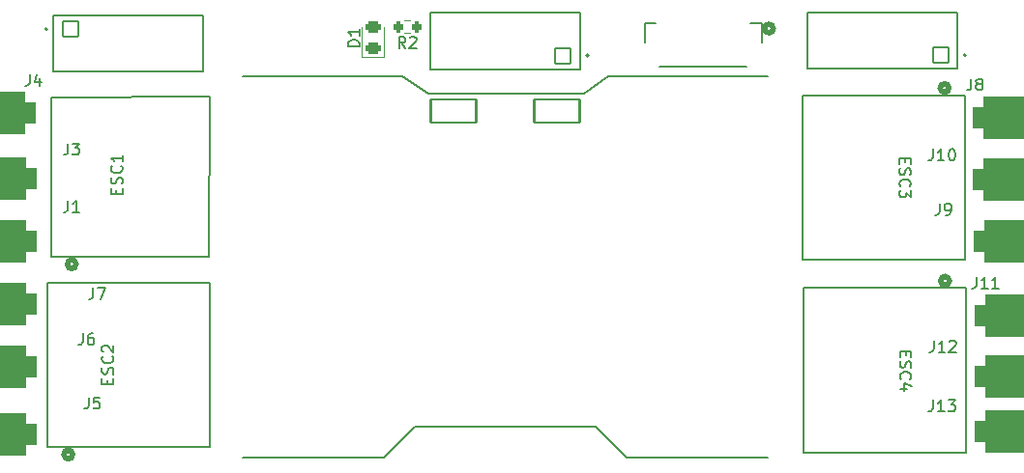
<source format=gto>
%TF.GenerationSoftware,KiCad,Pcbnew,8.0.4*%
%TF.CreationDate,2025-01-10T16:53:36-05:00*%
%TF.ProjectId,X17-ESC-Adapter,5831372d-4553-4432-9d41-646170746572,rev?*%
%TF.SameCoordinates,Original*%
%TF.FileFunction,Legend,Top*%
%TF.FilePolarity,Positive*%
%FSLAX46Y46*%
G04 Gerber Fmt 4.6, Leading zero omitted, Abs format (unit mm)*
G04 Created by KiCad (PCBNEW 8.0.4) date 2025-01-10 16:53:36*
%MOMM*%
%LPD*%
G01*
G04 APERTURE LIST*
G04 Aperture macros list*
%AMRoundRect*
0 Rectangle with rounded corners*
0 $1 Rounding radius*
0 $2 $3 $4 $5 $6 $7 $8 $9 X,Y pos of 4 corners*
0 Add a 4 corners polygon primitive as box body*
4,1,4,$2,$3,$4,$5,$6,$7,$8,$9,$2,$3,0*
0 Add four circle primitives for the rounded corners*
1,1,$1+$1,$2,$3*
1,1,$1+$1,$4,$5*
1,1,$1+$1,$6,$7*
1,1,$1+$1,$8,$9*
0 Add four rect primitives between the rounded corners*
20,1,$1+$1,$2,$3,$4,$5,0*
20,1,$1+$1,$4,$5,$6,$7,0*
20,1,$1+$1,$6,$7,$8,$9,0*
20,1,$1+$1,$8,$9,$2,$3,0*%
G04 Aperture macros list end*
%ADD10C,0.152400*%
%ADD11C,0.120000*%
%ADD12C,0.508000*%
%ADD13C,0.200000*%
%ADD14C,0.127000*%
%ADD15C,3.810000*%
%ADD16RoundRect,0.920750X3.587750X-0.920750X3.587750X0.920750X-3.587750X0.920750X-3.587750X-0.920750X0*%
%ADD17RoundRect,0.200000X0.200000X0.275000X-0.200000X0.275000X-0.200000X-0.275000X0.200000X-0.275000X0*%
%ADD18C,1.701800*%
%ADD19C,1.594000*%
%ADD20RoundRect,0.102000X-0.695000X-0.695000X0.695000X-0.695000X0.695000X0.695000X-0.695000X0.695000X0*%
%ADD21RoundRect,0.102000X0.695000X0.695000X-0.695000X0.695000X-0.695000X-0.695000X0.695000X-0.695000X0*%
%ADD22C,5.004000*%
%ADD23RoundRect,0.102000X-2.000000X-1.000000X2.000000X-1.000000X2.000000X1.000000X-2.000000X1.000000X0*%
%ADD24R,0.660400X1.549400*%
%ADD25R,1.295400X1.905000*%
%ADD26RoundRect,0.243750X0.456250X-0.243750X0.456250X0.243750X-0.456250X0.243750X-0.456250X-0.243750X0*%
G04 APERTURE END LIST*
D10*
X119666666Y-89454694D02*
X119666666Y-90168979D01*
X119666666Y-90168979D02*
X119619047Y-90311836D01*
X119619047Y-90311836D02*
X119523809Y-90407075D01*
X119523809Y-90407075D02*
X119380952Y-90454694D01*
X119380952Y-90454694D02*
X119285714Y-90454694D01*
X120047619Y-89454694D02*
X120666666Y-89454694D01*
X120666666Y-89454694D02*
X120333333Y-89835646D01*
X120333333Y-89835646D02*
X120476190Y-89835646D01*
X120476190Y-89835646D02*
X120571428Y-89883265D01*
X120571428Y-89883265D02*
X120619047Y-89930884D01*
X120619047Y-89930884D02*
X120666666Y-90026122D01*
X120666666Y-90026122D02*
X120666666Y-90264217D01*
X120666666Y-90264217D02*
X120619047Y-90359455D01*
X120619047Y-90359455D02*
X120571428Y-90407075D01*
X120571428Y-90407075D02*
X120476190Y-90454694D01*
X120476190Y-90454694D02*
X120190476Y-90454694D01*
X120190476Y-90454694D02*
X120095238Y-90407075D01*
X120095238Y-90407075D02*
X120047619Y-90359455D01*
X199230476Y-101174694D02*
X199230476Y-101888979D01*
X199230476Y-101888979D02*
X199182857Y-102031836D01*
X199182857Y-102031836D02*
X199087619Y-102127075D01*
X199087619Y-102127075D02*
X198944762Y-102174694D01*
X198944762Y-102174694D02*
X198849524Y-102174694D01*
X200230476Y-102174694D02*
X199659048Y-102174694D01*
X199944762Y-102174694D02*
X199944762Y-101174694D01*
X199944762Y-101174694D02*
X199849524Y-101317551D01*
X199849524Y-101317551D02*
X199754286Y-101412789D01*
X199754286Y-101412789D02*
X199659048Y-101460408D01*
X201182857Y-102174694D02*
X200611429Y-102174694D01*
X200897143Y-102174694D02*
X200897143Y-101174694D01*
X200897143Y-101174694D02*
X200801905Y-101317551D01*
X200801905Y-101317551D02*
X200706667Y-101412789D01*
X200706667Y-101412789D02*
X200611429Y-101460408D01*
X196016666Y-94724694D02*
X196016666Y-95438979D01*
X196016666Y-95438979D02*
X195969047Y-95581836D01*
X195969047Y-95581836D02*
X195873809Y-95677075D01*
X195873809Y-95677075D02*
X195730952Y-95724694D01*
X195730952Y-95724694D02*
X195635714Y-95724694D01*
X196540476Y-95724694D02*
X196730952Y-95724694D01*
X196730952Y-95724694D02*
X196826190Y-95677075D01*
X196826190Y-95677075D02*
X196873809Y-95629455D01*
X196873809Y-95629455D02*
X196969047Y-95486598D01*
X196969047Y-95486598D02*
X197016666Y-95296122D01*
X197016666Y-95296122D02*
X197016666Y-94915170D01*
X197016666Y-94915170D02*
X196969047Y-94819932D01*
X196969047Y-94819932D02*
X196921428Y-94772313D01*
X196921428Y-94772313D02*
X196826190Y-94724694D01*
X196826190Y-94724694D02*
X196635714Y-94724694D01*
X196635714Y-94724694D02*
X196540476Y-94772313D01*
X196540476Y-94772313D02*
X196492857Y-94819932D01*
X196492857Y-94819932D02*
X196445238Y-94915170D01*
X196445238Y-94915170D02*
X196445238Y-95153265D01*
X196445238Y-95153265D02*
X196492857Y-95248503D01*
X196492857Y-95248503D02*
X196540476Y-95296122D01*
X196540476Y-95296122D02*
X196635714Y-95343741D01*
X196635714Y-95343741D02*
X196826190Y-95343741D01*
X196826190Y-95343741D02*
X196921428Y-95296122D01*
X196921428Y-95296122D02*
X196969047Y-95248503D01*
X196969047Y-95248503D02*
X197016666Y-95153265D01*
X149233333Y-81084694D02*
X148900000Y-80608503D01*
X148661905Y-81084694D02*
X148661905Y-80084694D01*
X148661905Y-80084694D02*
X149042857Y-80084694D01*
X149042857Y-80084694D02*
X149138095Y-80132313D01*
X149138095Y-80132313D02*
X149185714Y-80179932D01*
X149185714Y-80179932D02*
X149233333Y-80275170D01*
X149233333Y-80275170D02*
X149233333Y-80418027D01*
X149233333Y-80418027D02*
X149185714Y-80513265D01*
X149185714Y-80513265D02*
X149138095Y-80560884D01*
X149138095Y-80560884D02*
X149042857Y-80608503D01*
X149042857Y-80608503D02*
X148661905Y-80608503D01*
X149614286Y-80179932D02*
X149661905Y-80132313D01*
X149661905Y-80132313D02*
X149757143Y-80084694D01*
X149757143Y-80084694D02*
X149995238Y-80084694D01*
X149995238Y-80084694D02*
X150090476Y-80132313D01*
X150090476Y-80132313D02*
X150138095Y-80179932D01*
X150138095Y-80179932D02*
X150185714Y-80275170D01*
X150185714Y-80275170D02*
X150185714Y-80370408D01*
X150185714Y-80370408D02*
X150138095Y-80513265D01*
X150138095Y-80513265D02*
X149566667Y-81084694D01*
X149566667Y-81084694D02*
X150185714Y-81084694D01*
X123140885Y-110536666D02*
X123140885Y-110203333D01*
X123664695Y-110060476D02*
X123664695Y-110536666D01*
X123664695Y-110536666D02*
X122664695Y-110536666D01*
X122664695Y-110536666D02*
X122664695Y-110060476D01*
X123617076Y-109679523D02*
X123664695Y-109536666D01*
X123664695Y-109536666D02*
X123664695Y-109298571D01*
X123664695Y-109298571D02*
X123617076Y-109203333D01*
X123617076Y-109203333D02*
X123569456Y-109155714D01*
X123569456Y-109155714D02*
X123474218Y-109108095D01*
X123474218Y-109108095D02*
X123378980Y-109108095D01*
X123378980Y-109108095D02*
X123283742Y-109155714D01*
X123283742Y-109155714D02*
X123236123Y-109203333D01*
X123236123Y-109203333D02*
X123188504Y-109298571D01*
X123188504Y-109298571D02*
X123140885Y-109489047D01*
X123140885Y-109489047D02*
X123093266Y-109584285D01*
X123093266Y-109584285D02*
X123045647Y-109631904D01*
X123045647Y-109631904D02*
X122950409Y-109679523D01*
X122950409Y-109679523D02*
X122855171Y-109679523D01*
X122855171Y-109679523D02*
X122759933Y-109631904D01*
X122759933Y-109631904D02*
X122712314Y-109584285D01*
X122712314Y-109584285D02*
X122664695Y-109489047D01*
X122664695Y-109489047D02*
X122664695Y-109250952D01*
X122664695Y-109250952D02*
X122712314Y-109108095D01*
X123569456Y-108108095D02*
X123617076Y-108155714D01*
X123617076Y-108155714D02*
X123664695Y-108298571D01*
X123664695Y-108298571D02*
X123664695Y-108393809D01*
X123664695Y-108393809D02*
X123617076Y-108536666D01*
X123617076Y-108536666D02*
X123521837Y-108631904D01*
X123521837Y-108631904D02*
X123426599Y-108679523D01*
X123426599Y-108679523D02*
X123236123Y-108727142D01*
X123236123Y-108727142D02*
X123093266Y-108727142D01*
X123093266Y-108727142D02*
X122902790Y-108679523D01*
X122902790Y-108679523D02*
X122807552Y-108631904D01*
X122807552Y-108631904D02*
X122712314Y-108536666D01*
X122712314Y-108536666D02*
X122664695Y-108393809D01*
X122664695Y-108393809D02*
X122664695Y-108298571D01*
X122664695Y-108298571D02*
X122712314Y-108155714D01*
X122712314Y-108155714D02*
X122759933Y-108108095D01*
X122759933Y-107727142D02*
X122712314Y-107679523D01*
X122712314Y-107679523D02*
X122664695Y-107584285D01*
X122664695Y-107584285D02*
X122664695Y-107346190D01*
X122664695Y-107346190D02*
X122712314Y-107250952D01*
X122712314Y-107250952D02*
X122759933Y-107203333D01*
X122759933Y-107203333D02*
X122855171Y-107155714D01*
X122855171Y-107155714D02*
X122950409Y-107155714D01*
X122950409Y-107155714D02*
X123093266Y-107203333D01*
X123093266Y-107203333D02*
X123664695Y-107774761D01*
X123664695Y-107774761D02*
X123664695Y-107155714D01*
X123930884Y-93846666D02*
X123930884Y-93513333D01*
X124454694Y-93370476D02*
X124454694Y-93846666D01*
X124454694Y-93846666D02*
X123454694Y-93846666D01*
X123454694Y-93846666D02*
X123454694Y-93370476D01*
X124407075Y-92989523D02*
X124454694Y-92846666D01*
X124454694Y-92846666D02*
X124454694Y-92608571D01*
X124454694Y-92608571D02*
X124407075Y-92513333D01*
X124407075Y-92513333D02*
X124359455Y-92465714D01*
X124359455Y-92465714D02*
X124264217Y-92418095D01*
X124264217Y-92418095D02*
X124168979Y-92418095D01*
X124168979Y-92418095D02*
X124073741Y-92465714D01*
X124073741Y-92465714D02*
X124026122Y-92513333D01*
X124026122Y-92513333D02*
X123978503Y-92608571D01*
X123978503Y-92608571D02*
X123930884Y-92799047D01*
X123930884Y-92799047D02*
X123883265Y-92894285D01*
X123883265Y-92894285D02*
X123835646Y-92941904D01*
X123835646Y-92941904D02*
X123740408Y-92989523D01*
X123740408Y-92989523D02*
X123645170Y-92989523D01*
X123645170Y-92989523D02*
X123549932Y-92941904D01*
X123549932Y-92941904D02*
X123502313Y-92894285D01*
X123502313Y-92894285D02*
X123454694Y-92799047D01*
X123454694Y-92799047D02*
X123454694Y-92560952D01*
X123454694Y-92560952D02*
X123502313Y-92418095D01*
X124359455Y-91418095D02*
X124407075Y-91465714D01*
X124407075Y-91465714D02*
X124454694Y-91608571D01*
X124454694Y-91608571D02*
X124454694Y-91703809D01*
X124454694Y-91703809D02*
X124407075Y-91846666D01*
X124407075Y-91846666D02*
X124311836Y-91941904D01*
X124311836Y-91941904D02*
X124216598Y-91989523D01*
X124216598Y-91989523D02*
X124026122Y-92037142D01*
X124026122Y-92037142D02*
X123883265Y-92037142D01*
X123883265Y-92037142D02*
X123692789Y-91989523D01*
X123692789Y-91989523D02*
X123597551Y-91941904D01*
X123597551Y-91941904D02*
X123502313Y-91846666D01*
X123502313Y-91846666D02*
X123454694Y-91703809D01*
X123454694Y-91703809D02*
X123454694Y-91608571D01*
X123454694Y-91608571D02*
X123502313Y-91465714D01*
X123502313Y-91465714D02*
X123549932Y-91418095D01*
X124454694Y-90465714D02*
X124454694Y-91037142D01*
X124454694Y-90751428D02*
X123454694Y-90751428D01*
X123454694Y-90751428D02*
X123597551Y-90846666D01*
X123597551Y-90846666D02*
X123692789Y-90941904D01*
X123692789Y-90941904D02*
X123740408Y-91037142D01*
X195410476Y-89934694D02*
X195410476Y-90648979D01*
X195410476Y-90648979D02*
X195362857Y-90791836D01*
X195362857Y-90791836D02*
X195267619Y-90887075D01*
X195267619Y-90887075D02*
X195124762Y-90934694D01*
X195124762Y-90934694D02*
X195029524Y-90934694D01*
X196410476Y-90934694D02*
X195839048Y-90934694D01*
X196124762Y-90934694D02*
X196124762Y-89934694D01*
X196124762Y-89934694D02*
X196029524Y-90077551D01*
X196029524Y-90077551D02*
X195934286Y-90172789D01*
X195934286Y-90172789D02*
X195839048Y-90220408D01*
X197029524Y-89934694D02*
X197124762Y-89934694D01*
X197124762Y-89934694D02*
X197220000Y-89982313D01*
X197220000Y-89982313D02*
X197267619Y-90029932D01*
X197267619Y-90029932D02*
X197315238Y-90125170D01*
X197315238Y-90125170D02*
X197362857Y-90315646D01*
X197362857Y-90315646D02*
X197362857Y-90553741D01*
X197362857Y-90553741D02*
X197315238Y-90744217D01*
X197315238Y-90744217D02*
X197267619Y-90839455D01*
X197267619Y-90839455D02*
X197220000Y-90887075D01*
X197220000Y-90887075D02*
X197124762Y-90934694D01*
X197124762Y-90934694D02*
X197029524Y-90934694D01*
X197029524Y-90934694D02*
X196934286Y-90887075D01*
X196934286Y-90887075D02*
X196886667Y-90839455D01*
X196886667Y-90839455D02*
X196839048Y-90744217D01*
X196839048Y-90744217D02*
X196791429Y-90553741D01*
X196791429Y-90553741D02*
X196791429Y-90315646D01*
X196791429Y-90315646D02*
X196839048Y-90125170D01*
X196839048Y-90125170D02*
X196886667Y-90029932D01*
X196886667Y-90029932D02*
X196934286Y-89982313D01*
X196934286Y-89982313D02*
X197029524Y-89934694D01*
X119666666Y-94454694D02*
X119666666Y-95168979D01*
X119666666Y-95168979D02*
X119619047Y-95311836D01*
X119619047Y-95311836D02*
X119523809Y-95407075D01*
X119523809Y-95407075D02*
X119380952Y-95454694D01*
X119380952Y-95454694D02*
X119285714Y-95454694D01*
X120666666Y-95454694D02*
X120095238Y-95454694D01*
X120380952Y-95454694D02*
X120380952Y-94454694D01*
X120380952Y-94454694D02*
X120285714Y-94597551D01*
X120285714Y-94597551D02*
X120190476Y-94692789D01*
X120190476Y-94692789D02*
X120095238Y-94740408D01*
X121486666Y-111714694D02*
X121486666Y-112428979D01*
X121486666Y-112428979D02*
X121439047Y-112571836D01*
X121439047Y-112571836D02*
X121343809Y-112667075D01*
X121343809Y-112667075D02*
X121200952Y-112714694D01*
X121200952Y-112714694D02*
X121105714Y-112714694D01*
X122439047Y-111714694D02*
X121962857Y-111714694D01*
X121962857Y-111714694D02*
X121915238Y-112190884D01*
X121915238Y-112190884D02*
X121962857Y-112143265D01*
X121962857Y-112143265D02*
X122058095Y-112095646D01*
X122058095Y-112095646D02*
X122296190Y-112095646D01*
X122296190Y-112095646D02*
X122391428Y-112143265D01*
X122391428Y-112143265D02*
X122439047Y-112190884D01*
X122439047Y-112190884D02*
X122486666Y-112286122D01*
X122486666Y-112286122D02*
X122486666Y-112524217D01*
X122486666Y-112524217D02*
X122439047Y-112619455D01*
X122439047Y-112619455D02*
X122391428Y-112667075D01*
X122391428Y-112667075D02*
X122296190Y-112714694D01*
X122296190Y-112714694D02*
X122058095Y-112714694D01*
X122058095Y-112714694D02*
X121962857Y-112667075D01*
X121962857Y-112667075D02*
X121915238Y-112619455D01*
X116326666Y-83404694D02*
X116326666Y-84118979D01*
X116326666Y-84118979D02*
X116279047Y-84261836D01*
X116279047Y-84261836D02*
X116183809Y-84357075D01*
X116183809Y-84357075D02*
X116040952Y-84404694D01*
X116040952Y-84404694D02*
X115945714Y-84404694D01*
X117231428Y-83738027D02*
X117231428Y-84404694D01*
X116993333Y-83357075D02*
X116755238Y-84071360D01*
X116755238Y-84071360D02*
X117374285Y-84071360D01*
X193049115Y-107693333D02*
X193049115Y-108026666D01*
X192525305Y-108169523D02*
X192525305Y-107693333D01*
X192525305Y-107693333D02*
X193525305Y-107693333D01*
X193525305Y-107693333D02*
X193525305Y-108169523D01*
X192572925Y-108550476D02*
X192525305Y-108693333D01*
X192525305Y-108693333D02*
X192525305Y-108931428D01*
X192525305Y-108931428D02*
X192572925Y-109026666D01*
X192572925Y-109026666D02*
X192620544Y-109074285D01*
X192620544Y-109074285D02*
X192715782Y-109121904D01*
X192715782Y-109121904D02*
X192811020Y-109121904D01*
X192811020Y-109121904D02*
X192906258Y-109074285D01*
X192906258Y-109074285D02*
X192953877Y-109026666D01*
X192953877Y-109026666D02*
X193001496Y-108931428D01*
X193001496Y-108931428D02*
X193049115Y-108740952D01*
X193049115Y-108740952D02*
X193096734Y-108645714D01*
X193096734Y-108645714D02*
X193144353Y-108598095D01*
X193144353Y-108598095D02*
X193239591Y-108550476D01*
X193239591Y-108550476D02*
X193334829Y-108550476D01*
X193334829Y-108550476D02*
X193430067Y-108598095D01*
X193430067Y-108598095D02*
X193477686Y-108645714D01*
X193477686Y-108645714D02*
X193525305Y-108740952D01*
X193525305Y-108740952D02*
X193525305Y-108979047D01*
X193525305Y-108979047D02*
X193477686Y-109121904D01*
X192620544Y-110121904D02*
X192572925Y-110074285D01*
X192572925Y-110074285D02*
X192525305Y-109931428D01*
X192525305Y-109931428D02*
X192525305Y-109836190D01*
X192525305Y-109836190D02*
X192572925Y-109693333D01*
X192572925Y-109693333D02*
X192668163Y-109598095D01*
X192668163Y-109598095D02*
X192763401Y-109550476D01*
X192763401Y-109550476D02*
X192953877Y-109502857D01*
X192953877Y-109502857D02*
X193096734Y-109502857D01*
X193096734Y-109502857D02*
X193287210Y-109550476D01*
X193287210Y-109550476D02*
X193382448Y-109598095D01*
X193382448Y-109598095D02*
X193477686Y-109693333D01*
X193477686Y-109693333D02*
X193525305Y-109836190D01*
X193525305Y-109836190D02*
X193525305Y-109931428D01*
X193525305Y-109931428D02*
X193477686Y-110074285D01*
X193477686Y-110074285D02*
X193430067Y-110121904D01*
X193191972Y-110979047D02*
X192525305Y-110979047D01*
X193572925Y-110740952D02*
X192858639Y-110502857D01*
X192858639Y-110502857D02*
X192858639Y-111121904D01*
X121896666Y-102084694D02*
X121896666Y-102798979D01*
X121896666Y-102798979D02*
X121849047Y-102941836D01*
X121849047Y-102941836D02*
X121753809Y-103037075D01*
X121753809Y-103037075D02*
X121610952Y-103084694D01*
X121610952Y-103084694D02*
X121515714Y-103084694D01*
X122277619Y-102084694D02*
X122944285Y-102084694D01*
X122944285Y-102084694D02*
X122515714Y-103084694D01*
X145204694Y-80938094D02*
X144204694Y-80938094D01*
X144204694Y-80938094D02*
X144204694Y-80699999D01*
X144204694Y-80699999D02*
X144252313Y-80557142D01*
X144252313Y-80557142D02*
X144347551Y-80461904D01*
X144347551Y-80461904D02*
X144442789Y-80414285D01*
X144442789Y-80414285D02*
X144633265Y-80366666D01*
X144633265Y-80366666D02*
X144776122Y-80366666D01*
X144776122Y-80366666D02*
X144966598Y-80414285D01*
X144966598Y-80414285D02*
X145061836Y-80461904D01*
X145061836Y-80461904D02*
X145157075Y-80557142D01*
X145157075Y-80557142D02*
X145204694Y-80699999D01*
X145204694Y-80699999D02*
X145204694Y-80938094D01*
X145204694Y-79414285D02*
X145204694Y-79985713D01*
X145204694Y-79699999D02*
X144204694Y-79699999D01*
X144204694Y-79699999D02*
X144347551Y-79795237D01*
X144347551Y-79795237D02*
X144442789Y-79890475D01*
X144442789Y-79890475D02*
X144490408Y-79985713D01*
X195480476Y-106744694D02*
X195480476Y-107458979D01*
X195480476Y-107458979D02*
X195432857Y-107601836D01*
X195432857Y-107601836D02*
X195337619Y-107697075D01*
X195337619Y-107697075D02*
X195194762Y-107744694D01*
X195194762Y-107744694D02*
X195099524Y-107744694D01*
X196480476Y-107744694D02*
X195909048Y-107744694D01*
X196194762Y-107744694D02*
X196194762Y-106744694D01*
X196194762Y-106744694D02*
X196099524Y-106887551D01*
X196099524Y-106887551D02*
X196004286Y-106982789D01*
X196004286Y-106982789D02*
X195909048Y-107030408D01*
X196861429Y-106839932D02*
X196909048Y-106792313D01*
X196909048Y-106792313D02*
X197004286Y-106744694D01*
X197004286Y-106744694D02*
X197242381Y-106744694D01*
X197242381Y-106744694D02*
X197337619Y-106792313D01*
X197337619Y-106792313D02*
X197385238Y-106839932D01*
X197385238Y-106839932D02*
X197432857Y-106935170D01*
X197432857Y-106935170D02*
X197432857Y-107030408D01*
X197432857Y-107030408D02*
X197385238Y-107173265D01*
X197385238Y-107173265D02*
X196813810Y-107744694D01*
X196813810Y-107744694D02*
X197432857Y-107744694D01*
X195420476Y-111944694D02*
X195420476Y-112658979D01*
X195420476Y-112658979D02*
X195372857Y-112801836D01*
X195372857Y-112801836D02*
X195277619Y-112897075D01*
X195277619Y-112897075D02*
X195134762Y-112944694D01*
X195134762Y-112944694D02*
X195039524Y-112944694D01*
X196420476Y-112944694D02*
X195849048Y-112944694D01*
X196134762Y-112944694D02*
X196134762Y-111944694D01*
X196134762Y-111944694D02*
X196039524Y-112087551D01*
X196039524Y-112087551D02*
X195944286Y-112182789D01*
X195944286Y-112182789D02*
X195849048Y-112230408D01*
X196753810Y-111944694D02*
X197372857Y-111944694D01*
X197372857Y-111944694D02*
X197039524Y-112325646D01*
X197039524Y-112325646D02*
X197182381Y-112325646D01*
X197182381Y-112325646D02*
X197277619Y-112373265D01*
X197277619Y-112373265D02*
X197325238Y-112420884D01*
X197325238Y-112420884D02*
X197372857Y-112516122D01*
X197372857Y-112516122D02*
X197372857Y-112754217D01*
X197372857Y-112754217D02*
X197325238Y-112849455D01*
X197325238Y-112849455D02*
X197277619Y-112897075D01*
X197277619Y-112897075D02*
X197182381Y-112944694D01*
X197182381Y-112944694D02*
X196896667Y-112944694D01*
X196896667Y-112944694D02*
X196801429Y-112897075D01*
X196801429Y-112897075D02*
X196753810Y-112849455D01*
X120986666Y-106104694D02*
X120986666Y-106818979D01*
X120986666Y-106818979D02*
X120939047Y-106961836D01*
X120939047Y-106961836D02*
X120843809Y-107057075D01*
X120843809Y-107057075D02*
X120700952Y-107104694D01*
X120700952Y-107104694D02*
X120605714Y-107104694D01*
X121891428Y-106104694D02*
X121700952Y-106104694D01*
X121700952Y-106104694D02*
X121605714Y-106152313D01*
X121605714Y-106152313D02*
X121558095Y-106199932D01*
X121558095Y-106199932D02*
X121462857Y-106342789D01*
X121462857Y-106342789D02*
X121415238Y-106533265D01*
X121415238Y-106533265D02*
X121415238Y-106914217D01*
X121415238Y-106914217D02*
X121462857Y-107009455D01*
X121462857Y-107009455D02*
X121510476Y-107057075D01*
X121510476Y-107057075D02*
X121605714Y-107104694D01*
X121605714Y-107104694D02*
X121796190Y-107104694D01*
X121796190Y-107104694D02*
X121891428Y-107057075D01*
X121891428Y-107057075D02*
X121939047Y-107009455D01*
X121939047Y-107009455D02*
X121986666Y-106914217D01*
X121986666Y-106914217D02*
X121986666Y-106676122D01*
X121986666Y-106676122D02*
X121939047Y-106580884D01*
X121939047Y-106580884D02*
X121891428Y-106533265D01*
X121891428Y-106533265D02*
X121796190Y-106485646D01*
X121796190Y-106485646D02*
X121605714Y-106485646D01*
X121605714Y-106485646D02*
X121510476Y-106533265D01*
X121510476Y-106533265D02*
X121462857Y-106580884D01*
X121462857Y-106580884D02*
X121415238Y-106676122D01*
X193009114Y-90783333D02*
X193009114Y-91116666D01*
X192485304Y-91259523D02*
X192485304Y-90783333D01*
X192485304Y-90783333D02*
X193485304Y-90783333D01*
X193485304Y-90783333D02*
X193485304Y-91259523D01*
X192532924Y-91640476D02*
X192485304Y-91783333D01*
X192485304Y-91783333D02*
X192485304Y-92021428D01*
X192485304Y-92021428D02*
X192532924Y-92116666D01*
X192532924Y-92116666D02*
X192580543Y-92164285D01*
X192580543Y-92164285D02*
X192675781Y-92211904D01*
X192675781Y-92211904D02*
X192771019Y-92211904D01*
X192771019Y-92211904D02*
X192866257Y-92164285D01*
X192866257Y-92164285D02*
X192913876Y-92116666D01*
X192913876Y-92116666D02*
X192961495Y-92021428D01*
X192961495Y-92021428D02*
X193009114Y-91830952D01*
X193009114Y-91830952D02*
X193056733Y-91735714D01*
X193056733Y-91735714D02*
X193104352Y-91688095D01*
X193104352Y-91688095D02*
X193199590Y-91640476D01*
X193199590Y-91640476D02*
X193294828Y-91640476D01*
X193294828Y-91640476D02*
X193390066Y-91688095D01*
X193390066Y-91688095D02*
X193437685Y-91735714D01*
X193437685Y-91735714D02*
X193485304Y-91830952D01*
X193485304Y-91830952D02*
X193485304Y-92069047D01*
X193485304Y-92069047D02*
X193437685Y-92211904D01*
X192580543Y-93211904D02*
X192532924Y-93164285D01*
X192532924Y-93164285D02*
X192485304Y-93021428D01*
X192485304Y-93021428D02*
X192485304Y-92926190D01*
X192485304Y-92926190D02*
X192532924Y-92783333D01*
X192532924Y-92783333D02*
X192628162Y-92688095D01*
X192628162Y-92688095D02*
X192723400Y-92640476D01*
X192723400Y-92640476D02*
X192913876Y-92592857D01*
X192913876Y-92592857D02*
X193056733Y-92592857D01*
X193056733Y-92592857D02*
X193247209Y-92640476D01*
X193247209Y-92640476D02*
X193342447Y-92688095D01*
X193342447Y-92688095D02*
X193437685Y-92783333D01*
X193437685Y-92783333D02*
X193485304Y-92926190D01*
X193485304Y-92926190D02*
X193485304Y-93021428D01*
X193485304Y-93021428D02*
X193437685Y-93164285D01*
X193437685Y-93164285D02*
X193390066Y-93211904D01*
X193485304Y-93545238D02*
X193485304Y-94164285D01*
X193485304Y-94164285D02*
X193104352Y-93830952D01*
X193104352Y-93830952D02*
X193104352Y-93973809D01*
X193104352Y-93973809D02*
X193056733Y-94069047D01*
X193056733Y-94069047D02*
X193009114Y-94116666D01*
X193009114Y-94116666D02*
X192913876Y-94164285D01*
X192913876Y-94164285D02*
X192675781Y-94164285D01*
X192675781Y-94164285D02*
X192580543Y-94116666D01*
X192580543Y-94116666D02*
X192532924Y-94069047D01*
X192532924Y-94069047D02*
X192485304Y-93973809D01*
X192485304Y-93973809D02*
X192485304Y-93688095D01*
X192485304Y-93688095D02*
X192532924Y-93592857D01*
X192532924Y-93592857D02*
X192580543Y-93545238D01*
X198766666Y-83774694D02*
X198766666Y-84488979D01*
X198766666Y-84488979D02*
X198719047Y-84631836D01*
X198719047Y-84631836D02*
X198623809Y-84727075D01*
X198623809Y-84727075D02*
X198480952Y-84774694D01*
X198480952Y-84774694D02*
X198385714Y-84774694D01*
X199385714Y-84203265D02*
X199290476Y-84155646D01*
X199290476Y-84155646D02*
X199242857Y-84108027D01*
X199242857Y-84108027D02*
X199195238Y-84012789D01*
X199195238Y-84012789D02*
X199195238Y-83965170D01*
X199195238Y-83965170D02*
X199242857Y-83869932D01*
X199242857Y-83869932D02*
X199290476Y-83822313D01*
X199290476Y-83822313D02*
X199385714Y-83774694D01*
X199385714Y-83774694D02*
X199576190Y-83774694D01*
X199576190Y-83774694D02*
X199671428Y-83822313D01*
X199671428Y-83822313D02*
X199719047Y-83869932D01*
X199719047Y-83869932D02*
X199766666Y-83965170D01*
X199766666Y-83965170D02*
X199766666Y-84012789D01*
X199766666Y-84012789D02*
X199719047Y-84108027D01*
X199719047Y-84108027D02*
X199671428Y-84155646D01*
X199671428Y-84155646D02*
X199576190Y-84203265D01*
X199576190Y-84203265D02*
X199385714Y-84203265D01*
X199385714Y-84203265D02*
X199290476Y-84250884D01*
X199290476Y-84250884D02*
X199242857Y-84298503D01*
X199242857Y-84298503D02*
X199195238Y-84393741D01*
X199195238Y-84393741D02*
X199195238Y-84584217D01*
X199195238Y-84584217D02*
X199242857Y-84679455D01*
X199242857Y-84679455D02*
X199290476Y-84727075D01*
X199290476Y-84727075D02*
X199385714Y-84774694D01*
X199385714Y-84774694D02*
X199576190Y-84774694D01*
X199576190Y-84774694D02*
X199671428Y-84727075D01*
X199671428Y-84727075D02*
X199719047Y-84679455D01*
X199719047Y-84679455D02*
X199766666Y-84584217D01*
X199766666Y-84584217D02*
X199766666Y-84393741D01*
X199766666Y-84393741D02*
X199719047Y-84298503D01*
X199719047Y-84298503D02*
X199671428Y-84250884D01*
X199671428Y-84250884D02*
X199576190Y-84203265D01*
D11*
%TO.C,R2*%
X149637258Y-78677500D02*
X149162742Y-78677500D01*
X149637258Y-79722500D02*
X149162742Y-79722500D01*
D10*
%TO.C,ESC2*%
X117883001Y-101643700D02*
X117883001Y-116096300D01*
X117883001Y-116096300D02*
X132132401Y-116096300D01*
X132132401Y-101643700D02*
X117883001Y-101643700D01*
X132132401Y-116096300D02*
X132132401Y-101643700D01*
D12*
X120091000Y-116731300D02*
G75*
G02*
X119329000Y-116731300I-381000J0D01*
G01*
X119329000Y-116731300D02*
G75*
G02*
X120091000Y-116731300I381000J0D01*
G01*
D10*
%TO.C,ESC1*%
X118183001Y-99406300D02*
X132059000Y-99368150D01*
X118235000Y-85380000D02*
X118183001Y-99406300D01*
X132059000Y-99368150D02*
X132110999Y-85341850D01*
X132110999Y-85341850D02*
X118235000Y-85380000D01*
D12*
X120391000Y-100041300D02*
G75*
G02*
X119629000Y-100041300I-381000J0D01*
G01*
X119629000Y-100041300D02*
G75*
G02*
X120391000Y-100041300I381000J0D01*
G01*
D13*
%TO.C,J2*%
X118430000Y-78220000D02*
X131510000Y-78220000D01*
X118430000Y-83170000D02*
X118430000Y-78220000D01*
X118430000Y-83170000D02*
X131510000Y-83170000D01*
X131510000Y-78220000D02*
X131510000Y-83170000D01*
X151430000Y-82945000D02*
X151430000Y-77995000D01*
X164510000Y-77995000D02*
X151430000Y-77995000D01*
X164510000Y-77995000D02*
X164510000Y-82945000D01*
X164510000Y-82945000D02*
X151430000Y-82945000D01*
X184470000Y-82920000D02*
X184470000Y-77970000D01*
X197550000Y-77970000D02*
X184470000Y-77970000D01*
X197550000Y-77970000D02*
X197550000Y-82920000D01*
X197550000Y-82920000D02*
X184470000Y-82920000D01*
X117880000Y-79425000D02*
G75*
G02*
X117680000Y-79425000I-100000J0D01*
G01*
X117680000Y-79425000D02*
G75*
G02*
X117880000Y-79425000I100000J0D01*
G01*
X165260000Y-81740000D02*
G75*
G02*
X165060000Y-81740000I-100000J0D01*
G01*
X165060000Y-81740000D02*
G75*
G02*
X165260000Y-81740000I100000J0D01*
G01*
X198300000Y-81715000D02*
G75*
G02*
X198100000Y-81715000I-100000J0D01*
G01*
X198100000Y-81715000D02*
G75*
G02*
X198300000Y-81715000I100000J0D01*
G01*
D14*
%TO.C,ESC5*%
X134975000Y-83575000D02*
X148945000Y-83575000D01*
X134975000Y-116975000D02*
X147355000Y-116975000D01*
X147355000Y-116975000D02*
X150025000Y-114275000D01*
X148945000Y-83575000D02*
X151280000Y-85085000D01*
X150025000Y-114275000D02*
X151485000Y-114275000D01*
X151280000Y-85085000D02*
X151970000Y-85085000D01*
X151485000Y-114275000D02*
X162915000Y-114275000D01*
X151625000Y-85085000D02*
X155205000Y-85085000D01*
X155205000Y-85085000D02*
X164885000Y-85085000D01*
X162915000Y-114275000D02*
X165925000Y-114275000D01*
X164885000Y-85085000D02*
X166955000Y-83575000D01*
X165925000Y-114275000D02*
X168595000Y-116975000D01*
X166955000Y-83575000D02*
X180975000Y-83575000D01*
X168595000Y-116975000D02*
X180975000Y-116975000D01*
X180975000Y-83575000D02*
X180975000Y-83575000D01*
D10*
%TO.C,BM08B-SRSS-TBLFSN1*%
X170169200Y-78869600D02*
X170169200Y-80611359D01*
X171137059Y-78869600D02*
X170169200Y-78869600D01*
X171480439Y-82730400D02*
X179119561Y-82730400D01*
X180430800Y-78869600D02*
X179462941Y-78869600D01*
X180430800Y-80611359D02*
X180430800Y-78869600D01*
D12*
X181446800Y-79371600D02*
G75*
G02*
X180684800Y-79371600I-381000J0D01*
G01*
X180684800Y-79371600D02*
G75*
G02*
X181446800Y-79371600I381000J0D01*
G01*
D10*
%TO.C,ESC4*%
X184057600Y-102133700D02*
X184057600Y-116586300D01*
X184057600Y-116586300D02*
X198307000Y-116586300D01*
X198307000Y-102133700D02*
X184057600Y-102133700D01*
X198307000Y-116586300D02*
X198307000Y-102133700D01*
D12*
X196861001Y-101498700D02*
G75*
G02*
X196099001Y-101498700I-381000J0D01*
G01*
X196099001Y-101498700D02*
G75*
G02*
X196861001Y-101498700I381000J0D01*
G01*
D11*
%TO.C,D1*%
X145440000Y-79200000D02*
X145440000Y-81885000D01*
X145440000Y-81885000D02*
X147360000Y-81885000D01*
X147360000Y-81885000D02*
X147360000Y-79200000D01*
D10*
%TO.C,ESC3*%
X184017599Y-85223700D02*
X184017599Y-99676300D01*
X184017599Y-99676300D02*
X198266999Y-99676300D01*
X198266999Y-85223700D02*
X184017599Y-85223700D01*
X198266999Y-99676300D02*
X198266999Y-85223700D01*
D12*
X196821000Y-84588700D02*
G75*
G02*
X196059000Y-84588700I-381000J0D01*
G01*
X196059000Y-84588700D02*
G75*
G02*
X196821000Y-84588700I381000J0D01*
G01*
%TD*%
%LPC*%
D15*
%TO.C,H1*%
X110890000Y-80460000D03*
%TD*%
%TO.C,H1*%
X205000000Y-80550000D03*
%TD*%
D16*
%TO.C,J3*%
X112500000Y-92500000D03*
%TD*%
%TO.C,J11*%
X203540000Y-104570000D03*
%TD*%
%TO.C,J9*%
X203440000Y-98020000D03*
%TD*%
D17*
%TO.C,R2*%
X150225000Y-79200000D03*
X148575000Y-79200000D03*
%TD*%
D18*
%TO.C,ESC2*%
X119710000Y-113870000D03*
X126710001Y-113870000D03*
X119710000Y-108870000D03*
X126710001Y-108870000D03*
X119710000Y-103870000D03*
X126710001Y-103870000D03*
%TD*%
%TO.C,ESC1*%
X120010000Y-97180000D03*
X127010001Y-97180000D03*
X120010000Y-92180000D03*
X127010001Y-92180000D03*
X120010000Y-87180000D03*
X127010001Y-87180000D03*
%TD*%
D19*
%TO.C,J2*%
X152890000Y-79200000D03*
X152890000Y-81740000D03*
X155430000Y-79200000D03*
X155430000Y-81740000D03*
X157970000Y-79200000D03*
X157970000Y-81740000D03*
X160510000Y-79200000D03*
X160510000Y-81740000D03*
X163050000Y-79200000D03*
D20*
X163050000Y-81740000D03*
D21*
X119890000Y-79425000D03*
D19*
X119890000Y-81965000D03*
X122430000Y-79425000D03*
X122430000Y-81965000D03*
X124970000Y-79425000D03*
X124970000Y-81965000D03*
X127510000Y-79425000D03*
X127510000Y-81965000D03*
X130050000Y-79425000D03*
X130050000Y-81965000D03*
X193550000Y-79175000D03*
X196090000Y-79175000D03*
D20*
X196090000Y-81715000D03*
D19*
X193550000Y-81715000D03*
X191010000Y-79175000D03*
X191010000Y-81715000D03*
X188470000Y-79175000D03*
X188470000Y-81715000D03*
X185930000Y-79175000D03*
X185930000Y-81715000D03*
%TD*%
D16*
%TO.C,J10*%
X203400000Y-92610000D03*
%TD*%
D22*
%TO.C,ESC5*%
X134975000Y-86355000D03*
X134975000Y-91925000D03*
X134975000Y-97495000D03*
X134975000Y-103055000D03*
X134975000Y-108625000D03*
X134975000Y-114195000D03*
X180975000Y-114195000D03*
X180975000Y-108625000D03*
X180975000Y-103055000D03*
X180975000Y-97495000D03*
X180975000Y-91925000D03*
X180975000Y-86355000D03*
D23*
X153485000Y-86605000D03*
X162465000Y-86605000D03*
%TD*%
D16*
%TO.C,J1*%
X112500000Y-98000000D03*
%TD*%
D24*
%TO.C,BM08B-SRSS-TBLFSN1*%
X178800001Y-79371600D03*
X177800000Y-79371600D03*
X176800000Y-79371600D03*
X175799999Y-79371600D03*
X174800001Y-79371600D03*
X173800000Y-79371600D03*
X172800000Y-79371600D03*
X171799999Y-79371600D03*
D25*
X170499999Y-81896599D03*
X180100001Y-81896599D03*
%TD*%
D16*
%TO.C,J5*%
X112500000Y-115000000D03*
%TD*%
%TO.C,J4*%
X112390000Y-86750000D03*
%TD*%
D18*
%TO.C,ESC4*%
X196480001Y-104360000D03*
X189480000Y-104360000D03*
X196480001Y-109360000D03*
X189480000Y-109360000D03*
X196480001Y-114360000D03*
X189480000Y-114360000D03*
%TD*%
D16*
%TO.C,J7*%
X112500000Y-103500000D03*
%TD*%
D26*
%TO.C,D1*%
X146400000Y-81137500D03*
X146400000Y-79262500D03*
%TD*%
D16*
%TO.C,J12*%
X203590000Y-109890000D03*
%TD*%
%TO.C,J13*%
X203530000Y-114700000D03*
%TD*%
%TO.C,J6*%
X112500000Y-109000000D03*
%TD*%
D18*
%TO.C,ESC3*%
X196440000Y-87450000D03*
X189439999Y-87450000D03*
X196440000Y-92450000D03*
X189439999Y-92450000D03*
X196440000Y-97450000D03*
X189439999Y-97450000D03*
%TD*%
D16*
%TO.C,J8*%
X203370000Y-87210000D03*
%TD*%
%LPD*%
M02*

</source>
